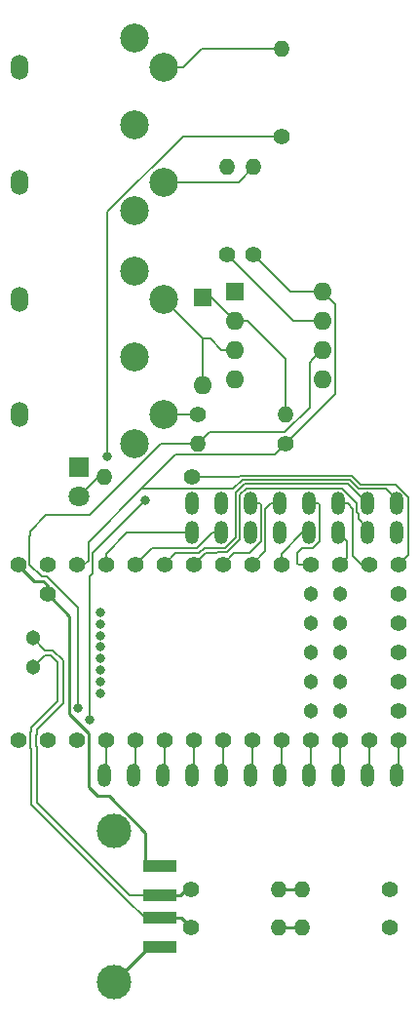
<source format=gbr>
G04 #@! TF.GenerationSoftware,KiCad,Pcbnew,5.1.5+dfsg1-2~bpo10+1*
G04 #@! TF.CreationDate,2020-04-18T13:19:32-07:00*
G04 #@! TF.ProjectId,rbdrums,72626472-756d-4732-9e6b-696361645f70,rev?*
G04 #@! TF.SameCoordinates,Original*
G04 #@! TF.FileFunction,Copper,L1,Top*
G04 #@! TF.FilePolarity,Positive*
%FSLAX46Y46*%
G04 Gerber Fmt 4.6, Leading zero omitted, Abs format (unit mm)*
G04 Created by KiCad (PCBNEW 5.1.5+dfsg1-2~bpo10+1) date 2020-04-18 13:19:32*
%MOMM*%
%LPD*%
G04 APERTURE LIST*
%ADD10R,3.000000X1.000000*%
%ADD11C,3.000000*%
%ADD12O,1.400000X1.400000*%
%ADD13C,1.400000*%
%ADD14C,1.800000*%
%ADD15R,1.800000X1.800000*%
%ADD16C,1.404000*%
%ADD17C,1.304000*%
%ADD18C,0.804000*%
%ADD19O,1.600000X1.600000*%
%ADD20R,1.600000X1.600000*%
%ADD21O,1.500000X2.200000*%
%ADD22C,2.500000*%
%ADD23O,1.200000X2.000000*%
%ADD24C,0.800000*%
%ADD25C,0.200660*%
%ADD26C,0.250000*%
%ADD27C,0.200000*%
G04 APERTURE END LIST*
D10*
X134650000Y-106822000D03*
X134650000Y-104322000D03*
X134650000Y-102322000D03*
X134650000Y-99822000D03*
D11*
X130640000Y-96752000D03*
X130640000Y-109892000D03*
D12*
X129819400Y-65989200D03*
D13*
X137439400Y-65989200D03*
D14*
X127584200Y-67741800D03*
D15*
X127584200Y-65201800D03*
D16*
X152781000Y-88900000D03*
X122301000Y-73660000D03*
X124841000Y-76200000D03*
X124841000Y-73660000D03*
X127381000Y-73660000D03*
X129921000Y-73660000D03*
X132461000Y-73660000D03*
X135001000Y-73660000D03*
X137541000Y-73660000D03*
X140081000Y-73660000D03*
X142621000Y-73660000D03*
X145161000Y-73660000D03*
X147701000Y-73660000D03*
X150241000Y-73660000D03*
X152781000Y-73660000D03*
X155321000Y-73660000D03*
X155321000Y-76200000D03*
X155321000Y-78740000D03*
X155321000Y-81280000D03*
X155321000Y-83820000D03*
X155321000Y-86360000D03*
X155321000Y-88900000D03*
X150241000Y-88900000D03*
X147701000Y-88900000D03*
X145161000Y-88900000D03*
X142621000Y-88900000D03*
X140081000Y-88900000D03*
X137541000Y-88900000D03*
X135001000Y-88900000D03*
X132461000Y-88900000D03*
X129921000Y-88900000D03*
X127381000Y-88900000D03*
D17*
X123571000Y-82550000D03*
X123571000Y-80010000D03*
D18*
X129439400Y-84780000D03*
X129439400Y-83780000D03*
X129439400Y-82780000D03*
X129439400Y-81780000D03*
X129439400Y-80780000D03*
X129439400Y-79780000D03*
X129439400Y-78780000D03*
X129439400Y-77780000D03*
D17*
X147701000Y-86360000D03*
X150241000Y-86360000D03*
X147701000Y-83820000D03*
X150241000Y-83820000D03*
X147701000Y-81280000D03*
X150241000Y-81280000D03*
X147701000Y-78740000D03*
X150241000Y-78740000D03*
X147701000Y-76200000D03*
X150241000Y-76200000D03*
D16*
X124841000Y-88900000D03*
X122301000Y-88900000D03*
D19*
X148717000Y-49911000D03*
X141097000Y-57531000D03*
X148717000Y-52451000D03*
X141097000Y-54991000D03*
X148717000Y-54991000D03*
X141097000Y-52451000D03*
X148717000Y-57531000D03*
D20*
X141097000Y-49911000D03*
D12*
X146989800Y-101854000D03*
D13*
X154609800Y-101854000D03*
D12*
X146989800Y-105156000D03*
D13*
X154609800Y-105156000D03*
D12*
X145161000Y-28829000D03*
D13*
X145161000Y-36449000D03*
D12*
X142748000Y-39116000D03*
D13*
X142748000Y-46736000D03*
D12*
X145542000Y-60579000D03*
D13*
X137922000Y-60579000D03*
D12*
X140462000Y-39116000D03*
D13*
X140462000Y-46736000D03*
D12*
X137922000Y-63119000D03*
D13*
X145542000Y-63119000D03*
D12*
X144932400Y-105156000D03*
D13*
X137312400Y-105156000D03*
D12*
X144932400Y-101854000D03*
D13*
X137312400Y-101854000D03*
D21*
X122421000Y-30433000D03*
X122421000Y-40433000D03*
D22*
X134921000Y-30433000D03*
X134921000Y-40433000D03*
X132421000Y-27933000D03*
X132421000Y-35433000D03*
X132421000Y-42933000D03*
D21*
X122421000Y-50626000D03*
X122421000Y-60626000D03*
D22*
X134921000Y-50626000D03*
X134921000Y-60626000D03*
X132421000Y-48126000D03*
X132421000Y-55626000D03*
X132421000Y-63126000D03*
D23*
X155194000Y-91948000D03*
X152654000Y-91948000D03*
X150114000Y-91948000D03*
X147574000Y-91948000D03*
X145034000Y-91948000D03*
X142494000Y-91948000D03*
X139954000Y-91948000D03*
X137414000Y-91948000D03*
X134874000Y-91948000D03*
X132334000Y-91948000D03*
X129794000Y-91948000D03*
X155194000Y-70866000D03*
X155194000Y-68326000D03*
X152654000Y-70866000D03*
X152654000Y-68326000D03*
X150114000Y-70866000D03*
X150114000Y-68326000D03*
X147574000Y-70866000D03*
X147574000Y-68326000D03*
X145034000Y-70866000D03*
X145034000Y-68326000D03*
X142494000Y-70866000D03*
X142494000Y-68326000D03*
X139954000Y-70866000D03*
X139954000Y-68326000D03*
X137414000Y-70866000D03*
X137414000Y-68326000D03*
D19*
X138303000Y-58039000D03*
D20*
X138303000Y-50419000D03*
D24*
X127508000Y-86106000D03*
X133350000Y-68072000D03*
X128524000Y-87122000D03*
X130048000Y-64262000D03*
D25*
X138303000Y-54008000D02*
X134921000Y-50626000D01*
X138303000Y-58039000D02*
X138303000Y-54008000D01*
X139965630Y-54991000D02*
X138982630Y-54008000D01*
X141097000Y-54991000D02*
X139965630Y-54991000D01*
X138982630Y-54008000D02*
X138303000Y-54008000D01*
X139065000Y-50419000D02*
X138303000Y-50419000D01*
X141097000Y-52451000D02*
X139065000Y-50419000D01*
X142228370Y-52451000D02*
X145542000Y-55764630D01*
X145542000Y-59589051D02*
X145542000Y-60579000D01*
X145542000Y-55764630D02*
X145542000Y-59589051D01*
X141097000Y-52451000D02*
X142228370Y-52451000D01*
D26*
X133710000Y-106822000D02*
X134650000Y-106822000D01*
X130640000Y-109892000D02*
X133710000Y-106822000D01*
D27*
X123571000Y-82550000D02*
X124616000Y-81505000D01*
X123473000Y-94445000D02*
X131668198Y-102640198D01*
X123473000Y-89651345D02*
X123473000Y-94445000D01*
X131668198Y-102640198D02*
X133350000Y-104322000D01*
X123389008Y-89567353D02*
X123473000Y-89651345D01*
X123389008Y-88232647D02*
X123389008Y-89567353D01*
X125759000Y-85504800D02*
X123473000Y-87790800D01*
X123473000Y-88148655D02*
X123389008Y-88232647D01*
X123473000Y-87790800D02*
X123473000Y-88148655D01*
X125759000Y-82135200D02*
X125759000Y-85504800D01*
X125128800Y-81505000D02*
X125759000Y-82135200D01*
X124616000Y-81505000D02*
X125128800Y-81505000D01*
D25*
X133350000Y-104322000D02*
X135310000Y-104322000D01*
D26*
X136478400Y-104322000D02*
X137312400Y-105156000D01*
X134650000Y-104322000D02*
X136478400Y-104322000D01*
D25*
X133350000Y-102322000D02*
X135676000Y-102322000D01*
D27*
X124616000Y-81055000D02*
X125315200Y-81055000D01*
X123923000Y-94258603D02*
X131986397Y-102322000D01*
X123923000Y-89464962D02*
X123923000Y-94258603D01*
X131986397Y-102322000D02*
X133350000Y-102322000D01*
X126209000Y-85691200D02*
X123923000Y-87977200D01*
X123838999Y-88419039D02*
X123838999Y-89380961D01*
X123923000Y-87977200D02*
X123923000Y-88335038D01*
X123923000Y-88335038D02*
X123838999Y-88419039D01*
X123838999Y-89380961D02*
X123923000Y-89464962D01*
X126209000Y-81948800D02*
X126209000Y-85691200D01*
X125315200Y-81055000D02*
X126209000Y-81948800D01*
X123571000Y-80010000D02*
X124616000Y-81055000D01*
D26*
X136400000Y-102322000D02*
X136868000Y-101854000D01*
X136868000Y-101854000D02*
X137312400Y-101854000D01*
X134650000Y-102322000D02*
X136400000Y-102322000D01*
X124841000Y-76200000D02*
X124841000Y-75438000D01*
X123728672Y-75087672D02*
X122548494Y-73907494D01*
X124841000Y-75438000D02*
X124490672Y-75087672D01*
X124490672Y-75087672D02*
X123728672Y-75087672D01*
X126746000Y-78105000D02*
X125191010Y-76550010D01*
X126746000Y-86614000D02*
X126746000Y-78105000D01*
X129159000Y-93726000D02*
X128408001Y-92975001D01*
X133350000Y-99822000D02*
X133350000Y-96901000D01*
X133350000Y-96901000D02*
X130175000Y-93726000D01*
X130175000Y-93726000D02*
X129159000Y-93726000D01*
X128408001Y-92975001D02*
X128408001Y-88276001D01*
X128408001Y-88276001D02*
X126746000Y-86614000D01*
D25*
X129921000Y-72667223D02*
X131722223Y-70866000D01*
X129921000Y-73660000D02*
X129921000Y-72667223D01*
X136613340Y-70866000D02*
X137414000Y-70866000D01*
X131722223Y-70866000D02*
X136613340Y-70866000D01*
X133954660Y-72166340D02*
X137853000Y-72166340D01*
X137853000Y-72166340D02*
X139153340Y-70866000D01*
X132461000Y-73660000D02*
X133954660Y-72166340D01*
X139153340Y-70866000D02*
X139954000Y-70866000D01*
X143394340Y-71638933D02*
X143394340Y-68425680D01*
X143394340Y-68425680D02*
X143294660Y-68326000D01*
X142375604Y-72657669D02*
X143394340Y-71638933D01*
X143294660Y-68326000D02*
X142494000Y-68326000D01*
X141083331Y-72657669D02*
X142375604Y-72657669D01*
X140081000Y-73660000D02*
X141083331Y-72657669D01*
X143795011Y-68764329D02*
X144233340Y-68326000D01*
X142621000Y-73660000D02*
X143795011Y-72485989D01*
X143795011Y-72485989D02*
X143795011Y-68764329D01*
X144233340Y-68326000D02*
X145034000Y-68326000D01*
X145161000Y-73660000D02*
X145161000Y-72667223D01*
X146962223Y-70866000D02*
X147574000Y-70866000D01*
X145161000Y-72667223D02*
X146962223Y-70866000D01*
X147701000Y-73660000D02*
X147574000Y-73660000D01*
X146708223Y-73660000D02*
X146558000Y-73509777D01*
X147701000Y-73660000D02*
X146708223Y-73660000D01*
X146558000Y-73509777D02*
X146558000Y-72644000D01*
X146558000Y-72644000D02*
X147066000Y-72136000D01*
X148374660Y-68326000D02*
X147574000Y-68326000D01*
X147946933Y-72166340D02*
X148474340Y-71638933D01*
X148474340Y-68425680D02*
X148374660Y-68326000D01*
X147096340Y-72166340D02*
X147946933Y-72166340D01*
X148474340Y-71638933D02*
X148474340Y-68425680D01*
X147066000Y-72136000D02*
X147096340Y-72166340D01*
X150876000Y-71628000D02*
X150114000Y-70866000D01*
X150241000Y-73660000D02*
X150876000Y-73025000D01*
X150876000Y-73025000D02*
X150876000Y-71628000D01*
X150914660Y-68326000D02*
X150114000Y-68326000D01*
X151352989Y-68764329D02*
X150914660Y-68326000D01*
X151384000Y-69295907D02*
X151352989Y-69264896D01*
X151352989Y-69264896D02*
X151352989Y-68764329D01*
X151384000Y-72898000D02*
X151384000Y-69295907D01*
X152781000Y-73660000D02*
X152146000Y-73660000D01*
X152146000Y-73660000D02*
X151384000Y-72898000D01*
X155321000Y-91821000D02*
X155194000Y-91948000D01*
X155321000Y-88900000D02*
X155321000Y-91821000D01*
X152781000Y-91821000D02*
X152654000Y-91948000D01*
X152781000Y-88900000D02*
X152781000Y-91821000D01*
X150241000Y-91821000D02*
X150114000Y-91948000D01*
X150241000Y-88900000D02*
X150241000Y-91821000D01*
X137541000Y-91821000D02*
X137414000Y-91948000D01*
X137541000Y-88900000D02*
X137541000Y-91821000D01*
X135001000Y-91821000D02*
X134874000Y-91948000D01*
X135001000Y-88900000D02*
X135001000Y-91821000D01*
X132461000Y-91821000D02*
X132334000Y-91948000D01*
X132461000Y-88900000D02*
X132461000Y-91821000D01*
X129921000Y-91821000D02*
X129794000Y-91948000D01*
X129921000Y-88900000D02*
X129921000Y-91821000D01*
X147701000Y-91821000D02*
X147574000Y-91948000D01*
X147701000Y-88900000D02*
X147701000Y-91821000D01*
X145161000Y-91821000D02*
X145034000Y-91948000D01*
X145161000Y-88900000D02*
X145161000Y-91821000D01*
X142621000Y-91821000D02*
X142494000Y-91948000D01*
X142621000Y-88900000D02*
X142621000Y-91821000D01*
X140081000Y-91821000D02*
X139954000Y-91948000D01*
X140081000Y-88900000D02*
X140081000Y-91821000D01*
X137976697Y-72657669D02*
X138468027Y-72166339D01*
X138468027Y-72166339D02*
X140326934Y-72166339D01*
X141955104Y-66624989D02*
X150952989Y-66624989D01*
X150952989Y-66624989D02*
X152654000Y-68326000D01*
X136003331Y-72657669D02*
X137976697Y-72657669D01*
X140326934Y-72166339D02*
X141192989Y-71300284D01*
X135001000Y-73660000D02*
X136003331Y-72657669D01*
X141192989Y-71300284D02*
X141192990Y-67387103D01*
X141192990Y-67387103D02*
X141955104Y-66624989D01*
X150486933Y-67025660D02*
X151753660Y-68292387D01*
X142121067Y-67025660D02*
X150486933Y-67025660D01*
X151753660Y-68292387D02*
X151753660Y-69098933D01*
X141593660Y-67553067D02*
X142121067Y-67025660D01*
X138557000Y-72644000D02*
X139549777Y-72644000D01*
X137541000Y-73660000D02*
X138557000Y-72644000D01*
X151853340Y-69665340D02*
X152654000Y-70466000D01*
X141593660Y-71466247D02*
X141593660Y-67553067D01*
X139549777Y-72644000D02*
X139626767Y-72567010D01*
X152654000Y-70466000D02*
X152654000Y-70866000D01*
X151753660Y-69098933D02*
X151853340Y-69198613D01*
X139626767Y-72567010D02*
X140492897Y-72567010D01*
X151853340Y-69198613D02*
X151853340Y-69665340D01*
X140492897Y-72567010D02*
X141593660Y-71466247D01*
X127508000Y-86106000D02*
X127508000Y-77724000D01*
X127508000Y-77724000D02*
X127508000Y-77470000D01*
X147917001Y-55790999D02*
X148717000Y-54991000D01*
X147616669Y-59984822D02*
X147616669Y-56091331D01*
X147616669Y-56091331D02*
X147917001Y-55790999D01*
X145482822Y-62118669D02*
X147616669Y-59984822D01*
X138922331Y-62118669D02*
X145482822Y-62118669D01*
X137922000Y-63119000D02*
X138922331Y-62118669D01*
X134722491Y-63119000D02*
X136932051Y-63119000D01*
X128499491Y-69342000D02*
X134722491Y-63119000D01*
X124732491Y-69342000D02*
X128499491Y-69342000D01*
X123317000Y-70757491D02*
X124732491Y-69342000D01*
X127508000Y-77383549D02*
X124786782Y-74662331D01*
X127508000Y-77724000D02*
X127508000Y-77383549D01*
X123317000Y-71120000D02*
X123317000Y-70757491D01*
X123303331Y-73605782D02*
X123303331Y-71133669D01*
X124786782Y-74662331D02*
X124359880Y-74662331D01*
X136932051Y-63119000D02*
X137922000Y-63119000D01*
X124359880Y-74662331D02*
X123303331Y-73605782D01*
X123303331Y-71133669D02*
X123317000Y-71120000D01*
X146177000Y-52451000D02*
X140462000Y-46736000D01*
X148717000Y-52451000D02*
X146177000Y-52451000D01*
X137875000Y-60626000D02*
X137922000Y-60579000D01*
X134921000Y-60626000D02*
X137875000Y-60626000D01*
X141431000Y-40433000D02*
X142748000Y-39116000D01*
X134921000Y-40433000D02*
X141431000Y-40433000D01*
X136688766Y-30433000D02*
X138292766Y-28829000D01*
X144171051Y-28829000D02*
X145161000Y-28829000D01*
X138292766Y-28829000D02*
X144171051Y-28829000D01*
X134921000Y-30433000D02*
X136688766Y-30433000D01*
X136610509Y-36449000D02*
X130048000Y-43011509D01*
X138176000Y-36449000D02*
X136610509Y-36449000D01*
X130048000Y-64262000D02*
X130048000Y-43011509D01*
X138176000Y-36449000D02*
X145161000Y-36449000D01*
X132950001Y-68471999D02*
X133350000Y-68072000D01*
X128797671Y-72624329D02*
X132950001Y-68471999D01*
X128797671Y-74402329D02*
X128797671Y-72624329D01*
X128524000Y-87122000D02*
X128524000Y-74676000D01*
X128524000Y-74676000D02*
X128797671Y-74402329D01*
X128397000Y-73279000D02*
X128016000Y-73660000D01*
X128397000Y-71651223D02*
X128397000Y-73279000D01*
X133022563Y-67025660D02*
X128397000Y-71651223D01*
X128016000Y-73660000D02*
X127381000Y-73660000D01*
X149516999Y-50710999D02*
X148717000Y-49911000D01*
X149817331Y-51011331D02*
X149516999Y-50710999D01*
X149817331Y-58843669D02*
X149817331Y-51011331D01*
X145542000Y-63119000D02*
X149817331Y-58843669D01*
X145923000Y-49911000D02*
X142748000Y-46736000D01*
X148717000Y-49911000D02*
X145923000Y-49911000D01*
X136001892Y-64046331D02*
X133022563Y-67025660D01*
X144614669Y-64046331D02*
X136001892Y-64046331D01*
X145542000Y-63119000D02*
X144614669Y-64046331D01*
X151920293Y-67025661D02*
X151118954Y-66224320D01*
X141789140Y-66224319D02*
X140987799Y-67025660D01*
X140987799Y-67025660D02*
X133022563Y-67025660D01*
X155194000Y-67926000D02*
X154293661Y-67025661D01*
X155194000Y-68326000D02*
X155194000Y-67926000D01*
X151118954Y-66224320D02*
X141789140Y-66224319D01*
X154293661Y-67025661D02*
X151920293Y-67025661D01*
D26*
X144932400Y-101854000D02*
X146989800Y-101854000D01*
X144932400Y-105156000D02*
X146989800Y-105156000D01*
D25*
X129286000Y-66040000D02*
X129819400Y-66040000D01*
X127584200Y-67741800D02*
X129286000Y-66040000D01*
X156235400Y-72745600D02*
X155499431Y-73481569D01*
X156235400Y-67797365D02*
X156235400Y-72745600D01*
X141478000Y-66040000D02*
X141621349Y-65896651D01*
X137439400Y-66040000D02*
X141478000Y-66040000D01*
X141621349Y-65896651D02*
X151254679Y-65896651D01*
X152056018Y-66697990D02*
X155136025Y-66697990D01*
X151254679Y-65896651D02*
X152056018Y-66697990D01*
X155136025Y-66697990D02*
X156235400Y-67797365D01*
M02*

</source>
